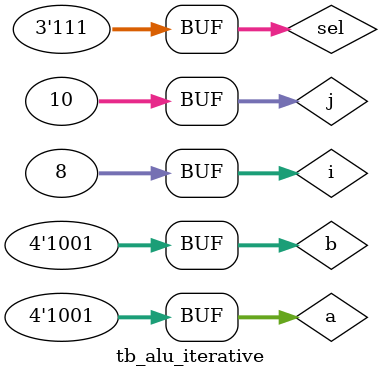
<source format=v>
module tb_alu_iterative #(parameter n=4);

reg [n-1:0]a,b;
reg [2:0]sel;
wire [n-1:0]s;
wire co;
integer i,j;

alu DUT (.a(a),.b(b),.sel(sel),.s(s),.co(co));
initial
begin
	for(i=0;i<8;i=i+1)
	begin
		sel=i;
		for(j=0;j<10;j=j+1)
		begin
		#10 a=j;
		b=j;
		end
	end

	/*sel=3'b11x;
	#10{a,b}=8'b0000_0000;
	#10{a,b}=8'b0001_0001;
	#10{a,b}=8'b0010_0010;
	#10{a,b}=8'b0011_0011;
	#10{a,b}=8'b0100_0100;
	#10{a,b}=8'b0101_0101;
	#10{a,b}=8'b0110_0110;
	#10{a,b}=8'b0111_0111;
	#10{a,b}=8'b1000_1000;
	#10{a,b}=8'b1001_1001;
	#10{a,b}=8'b1010_1010;
	#10{a,b}=8'b1011_1011;
	#10{a,b}=8'b1100_1100;
	#10{a,b}=8'b1101_1101;
	#10{a,b}=8'b1110_1110;
	#10{a,b}=8'b1111_1111;*/

end

initial 
$monitor($time,"a=%b b=%b sel=%b s=%b co=%b",a,b,sel,s,co);
endmodule 

</source>
